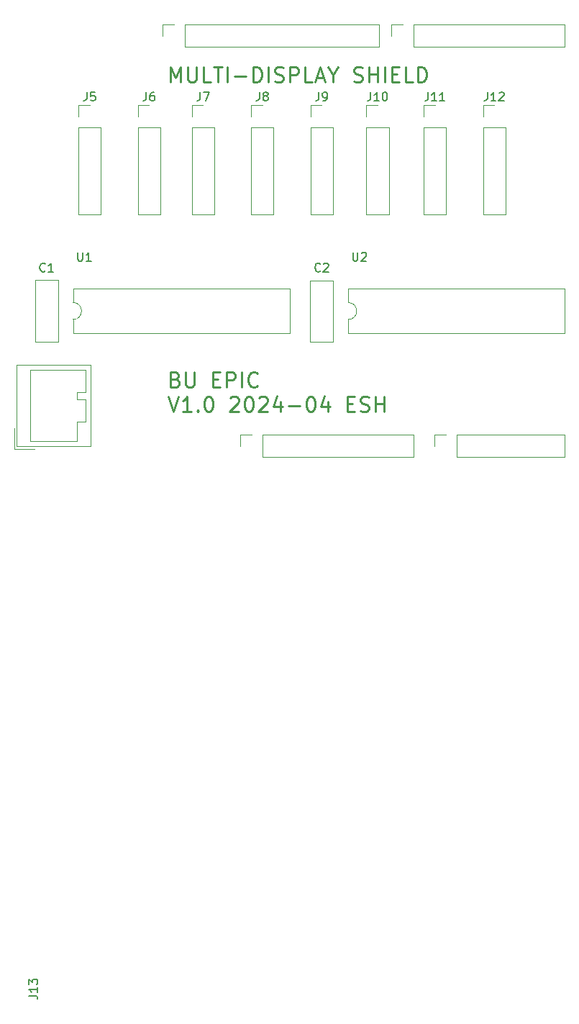
<source format=gbr>
%TF.GenerationSoftware,KiCad,Pcbnew,8.0.1-8.0.1-1~ubuntu22.04.1*%
%TF.CreationDate,2024-04-19T16:39:04-04:00*%
%TF.ProjectId,multi_display_shield,6d756c74-695f-4646-9973-706c61795f73,rev?*%
%TF.SameCoordinates,Original*%
%TF.FileFunction,Legend,Top*%
%TF.FilePolarity,Positive*%
%FSLAX46Y46*%
G04 Gerber Fmt 4.6, Leading zero omitted, Abs format (unit mm)*
G04 Created by KiCad (PCBNEW 8.0.1-8.0.1-1~ubuntu22.04.1) date 2024-04-19 16:39:04*
%MOMM*%
%LPD*%
G01*
G04 APERTURE LIST*
%ADD10C,0.254000*%
%ADD11C,0.150000*%
%ADD12C,0.120000*%
G04 APERTURE END LIST*
D10*
X118370438Y-54684199D02*
X118370438Y-52906199D01*
X118370438Y-52906199D02*
X118963105Y-54176199D01*
X118963105Y-54176199D02*
X119555771Y-52906199D01*
X119555771Y-52906199D02*
X119555771Y-54684199D01*
X120402438Y-52906199D02*
X120402438Y-54345533D01*
X120402438Y-54345533D02*
X120487105Y-54514866D01*
X120487105Y-54514866D02*
X120571771Y-54599533D01*
X120571771Y-54599533D02*
X120741105Y-54684199D01*
X120741105Y-54684199D02*
X121079771Y-54684199D01*
X121079771Y-54684199D02*
X121249105Y-54599533D01*
X121249105Y-54599533D02*
X121333771Y-54514866D01*
X121333771Y-54514866D02*
X121418438Y-54345533D01*
X121418438Y-54345533D02*
X121418438Y-52906199D01*
X123111772Y-54684199D02*
X122265105Y-54684199D01*
X122265105Y-54684199D02*
X122265105Y-52906199D01*
X123450438Y-52906199D02*
X124466438Y-52906199D01*
X123958438Y-54684199D02*
X123958438Y-52906199D01*
X125059105Y-54684199D02*
X125059105Y-52906199D01*
X125905772Y-54006866D02*
X127260439Y-54006866D01*
X128107105Y-54684199D02*
X128107105Y-52906199D01*
X128107105Y-52906199D02*
X128530438Y-52906199D01*
X128530438Y-52906199D02*
X128784438Y-52990866D01*
X128784438Y-52990866D02*
X128953772Y-53160199D01*
X128953772Y-53160199D02*
X129038438Y-53329533D01*
X129038438Y-53329533D02*
X129123105Y-53668199D01*
X129123105Y-53668199D02*
X129123105Y-53922199D01*
X129123105Y-53922199D02*
X129038438Y-54260866D01*
X129038438Y-54260866D02*
X128953772Y-54430199D01*
X128953772Y-54430199D02*
X128784438Y-54599533D01*
X128784438Y-54599533D02*
X128530438Y-54684199D01*
X128530438Y-54684199D02*
X128107105Y-54684199D01*
X129885105Y-54684199D02*
X129885105Y-52906199D01*
X130647105Y-54599533D02*
X130901105Y-54684199D01*
X130901105Y-54684199D02*
X131324439Y-54684199D01*
X131324439Y-54684199D02*
X131493772Y-54599533D01*
X131493772Y-54599533D02*
X131578439Y-54514866D01*
X131578439Y-54514866D02*
X131663105Y-54345533D01*
X131663105Y-54345533D02*
X131663105Y-54176199D01*
X131663105Y-54176199D02*
X131578439Y-54006866D01*
X131578439Y-54006866D02*
X131493772Y-53922199D01*
X131493772Y-53922199D02*
X131324439Y-53837533D01*
X131324439Y-53837533D02*
X130985772Y-53752866D01*
X130985772Y-53752866D02*
X130816439Y-53668199D01*
X130816439Y-53668199D02*
X130731772Y-53583533D01*
X130731772Y-53583533D02*
X130647105Y-53414199D01*
X130647105Y-53414199D02*
X130647105Y-53244866D01*
X130647105Y-53244866D02*
X130731772Y-53075533D01*
X130731772Y-53075533D02*
X130816439Y-52990866D01*
X130816439Y-52990866D02*
X130985772Y-52906199D01*
X130985772Y-52906199D02*
X131409105Y-52906199D01*
X131409105Y-52906199D02*
X131663105Y-52990866D01*
X132425105Y-54684199D02*
X132425105Y-52906199D01*
X132425105Y-52906199D02*
X133102438Y-52906199D01*
X133102438Y-52906199D02*
X133271772Y-52990866D01*
X133271772Y-52990866D02*
X133356438Y-53075533D01*
X133356438Y-53075533D02*
X133441105Y-53244866D01*
X133441105Y-53244866D02*
X133441105Y-53498866D01*
X133441105Y-53498866D02*
X133356438Y-53668199D01*
X133356438Y-53668199D02*
X133271772Y-53752866D01*
X133271772Y-53752866D02*
X133102438Y-53837533D01*
X133102438Y-53837533D02*
X132425105Y-53837533D01*
X135049772Y-54684199D02*
X134203105Y-54684199D01*
X134203105Y-54684199D02*
X134203105Y-52906199D01*
X135557771Y-54176199D02*
X136404438Y-54176199D01*
X135388438Y-54684199D02*
X135981105Y-52906199D01*
X135981105Y-52906199D02*
X136573771Y-54684199D01*
X137505105Y-53837533D02*
X137505105Y-54684199D01*
X136912438Y-52906199D02*
X137505105Y-53837533D01*
X137505105Y-53837533D02*
X138097771Y-52906199D01*
X139960438Y-54599533D02*
X140214438Y-54684199D01*
X140214438Y-54684199D02*
X140637772Y-54684199D01*
X140637772Y-54684199D02*
X140807105Y-54599533D01*
X140807105Y-54599533D02*
X140891772Y-54514866D01*
X140891772Y-54514866D02*
X140976438Y-54345533D01*
X140976438Y-54345533D02*
X140976438Y-54176199D01*
X140976438Y-54176199D02*
X140891772Y-54006866D01*
X140891772Y-54006866D02*
X140807105Y-53922199D01*
X140807105Y-53922199D02*
X140637772Y-53837533D01*
X140637772Y-53837533D02*
X140299105Y-53752866D01*
X140299105Y-53752866D02*
X140129772Y-53668199D01*
X140129772Y-53668199D02*
X140045105Y-53583533D01*
X140045105Y-53583533D02*
X139960438Y-53414199D01*
X139960438Y-53414199D02*
X139960438Y-53244866D01*
X139960438Y-53244866D02*
X140045105Y-53075533D01*
X140045105Y-53075533D02*
X140129772Y-52990866D01*
X140129772Y-52990866D02*
X140299105Y-52906199D01*
X140299105Y-52906199D02*
X140722438Y-52906199D01*
X140722438Y-52906199D02*
X140976438Y-52990866D01*
X141738438Y-54684199D02*
X141738438Y-52906199D01*
X141738438Y-53752866D02*
X142754438Y-53752866D01*
X142754438Y-54684199D02*
X142754438Y-52906199D01*
X143601105Y-54684199D02*
X143601105Y-52906199D01*
X144447772Y-53752866D02*
X145040439Y-53752866D01*
X145294439Y-54684199D02*
X144447772Y-54684199D01*
X144447772Y-54684199D02*
X144447772Y-52906199D01*
X144447772Y-52906199D02*
X145294439Y-52906199D01*
X146903106Y-54684199D02*
X146056439Y-54684199D01*
X146056439Y-54684199D02*
X146056439Y-52906199D01*
X147495772Y-54684199D02*
X147495772Y-52906199D01*
X147495772Y-52906199D02*
X147919105Y-52906199D01*
X147919105Y-52906199D02*
X148173105Y-52990866D01*
X148173105Y-52990866D02*
X148342439Y-53160199D01*
X148342439Y-53160199D02*
X148427105Y-53329533D01*
X148427105Y-53329533D02*
X148511772Y-53668199D01*
X148511772Y-53668199D02*
X148511772Y-53922199D01*
X148511772Y-53922199D02*
X148427105Y-54260866D01*
X148427105Y-54260866D02*
X148342439Y-54430199D01*
X148342439Y-54430199D02*
X148173105Y-54599533D01*
X148173105Y-54599533D02*
X147919105Y-54684199D01*
X147919105Y-54684199D02*
X147495772Y-54684199D01*
X118963105Y-89625386D02*
X119217105Y-89710053D01*
X119217105Y-89710053D02*
X119301771Y-89794719D01*
X119301771Y-89794719D02*
X119386438Y-89964053D01*
X119386438Y-89964053D02*
X119386438Y-90218053D01*
X119386438Y-90218053D02*
X119301771Y-90387386D01*
X119301771Y-90387386D02*
X119217105Y-90472053D01*
X119217105Y-90472053D02*
X119047771Y-90556719D01*
X119047771Y-90556719D02*
X118370438Y-90556719D01*
X118370438Y-90556719D02*
X118370438Y-88778719D01*
X118370438Y-88778719D02*
X118963105Y-88778719D01*
X118963105Y-88778719D02*
X119132438Y-88863386D01*
X119132438Y-88863386D02*
X119217105Y-88948053D01*
X119217105Y-88948053D02*
X119301771Y-89117386D01*
X119301771Y-89117386D02*
X119301771Y-89286719D01*
X119301771Y-89286719D02*
X119217105Y-89456053D01*
X119217105Y-89456053D02*
X119132438Y-89540719D01*
X119132438Y-89540719D02*
X118963105Y-89625386D01*
X118963105Y-89625386D02*
X118370438Y-89625386D01*
X120148438Y-88778719D02*
X120148438Y-90218053D01*
X120148438Y-90218053D02*
X120233105Y-90387386D01*
X120233105Y-90387386D02*
X120317771Y-90472053D01*
X120317771Y-90472053D02*
X120487105Y-90556719D01*
X120487105Y-90556719D02*
X120825771Y-90556719D01*
X120825771Y-90556719D02*
X120995105Y-90472053D01*
X120995105Y-90472053D02*
X121079771Y-90387386D01*
X121079771Y-90387386D02*
X121164438Y-90218053D01*
X121164438Y-90218053D02*
X121164438Y-88778719D01*
X123365772Y-89625386D02*
X123958439Y-89625386D01*
X124212439Y-90556719D02*
X123365772Y-90556719D01*
X123365772Y-90556719D02*
X123365772Y-88778719D01*
X123365772Y-88778719D02*
X124212439Y-88778719D01*
X124974439Y-90556719D02*
X124974439Y-88778719D01*
X124974439Y-88778719D02*
X125651772Y-88778719D01*
X125651772Y-88778719D02*
X125821106Y-88863386D01*
X125821106Y-88863386D02*
X125905772Y-88948053D01*
X125905772Y-88948053D02*
X125990439Y-89117386D01*
X125990439Y-89117386D02*
X125990439Y-89371386D01*
X125990439Y-89371386D02*
X125905772Y-89540719D01*
X125905772Y-89540719D02*
X125821106Y-89625386D01*
X125821106Y-89625386D02*
X125651772Y-89710053D01*
X125651772Y-89710053D02*
X124974439Y-89710053D01*
X126752439Y-90556719D02*
X126752439Y-88778719D01*
X128615106Y-90387386D02*
X128530439Y-90472053D01*
X128530439Y-90472053D02*
X128276439Y-90556719D01*
X128276439Y-90556719D02*
X128107106Y-90556719D01*
X128107106Y-90556719D02*
X127853106Y-90472053D01*
X127853106Y-90472053D02*
X127683773Y-90302719D01*
X127683773Y-90302719D02*
X127599106Y-90133386D01*
X127599106Y-90133386D02*
X127514439Y-89794719D01*
X127514439Y-89794719D02*
X127514439Y-89540719D01*
X127514439Y-89540719D02*
X127599106Y-89202053D01*
X127599106Y-89202053D02*
X127683773Y-89032719D01*
X127683773Y-89032719D02*
X127853106Y-88863386D01*
X127853106Y-88863386D02*
X128107106Y-88778719D01*
X128107106Y-88778719D02*
X128276439Y-88778719D01*
X128276439Y-88778719D02*
X128530439Y-88863386D01*
X128530439Y-88863386D02*
X128615106Y-88948053D01*
X118116438Y-91641199D02*
X118709105Y-93419199D01*
X118709105Y-93419199D02*
X119301771Y-91641199D01*
X120825771Y-93419199D02*
X119809771Y-93419199D01*
X120317771Y-93419199D02*
X120317771Y-91641199D01*
X120317771Y-91641199D02*
X120148438Y-91895199D01*
X120148438Y-91895199D02*
X119979105Y-92064533D01*
X119979105Y-92064533D02*
X119809771Y-92149199D01*
X121587771Y-93249866D02*
X121672438Y-93334533D01*
X121672438Y-93334533D02*
X121587771Y-93419199D01*
X121587771Y-93419199D02*
X121503104Y-93334533D01*
X121503104Y-93334533D02*
X121587771Y-93249866D01*
X121587771Y-93249866D02*
X121587771Y-93419199D01*
X122773105Y-91641199D02*
X122942438Y-91641199D01*
X122942438Y-91641199D02*
X123111771Y-91725866D01*
X123111771Y-91725866D02*
X123196438Y-91810533D01*
X123196438Y-91810533D02*
X123281105Y-91979866D01*
X123281105Y-91979866D02*
X123365771Y-92318533D01*
X123365771Y-92318533D02*
X123365771Y-92741866D01*
X123365771Y-92741866D02*
X123281105Y-93080533D01*
X123281105Y-93080533D02*
X123196438Y-93249866D01*
X123196438Y-93249866D02*
X123111771Y-93334533D01*
X123111771Y-93334533D02*
X122942438Y-93419199D01*
X122942438Y-93419199D02*
X122773105Y-93419199D01*
X122773105Y-93419199D02*
X122603771Y-93334533D01*
X122603771Y-93334533D02*
X122519105Y-93249866D01*
X122519105Y-93249866D02*
X122434438Y-93080533D01*
X122434438Y-93080533D02*
X122349771Y-92741866D01*
X122349771Y-92741866D02*
X122349771Y-92318533D01*
X122349771Y-92318533D02*
X122434438Y-91979866D01*
X122434438Y-91979866D02*
X122519105Y-91810533D01*
X122519105Y-91810533D02*
X122603771Y-91725866D01*
X122603771Y-91725866D02*
X122773105Y-91641199D01*
X125397771Y-91810533D02*
X125482438Y-91725866D01*
X125482438Y-91725866D02*
X125651771Y-91641199D01*
X125651771Y-91641199D02*
X126075105Y-91641199D01*
X126075105Y-91641199D02*
X126244438Y-91725866D01*
X126244438Y-91725866D02*
X126329105Y-91810533D01*
X126329105Y-91810533D02*
X126413771Y-91979866D01*
X126413771Y-91979866D02*
X126413771Y-92149199D01*
X126413771Y-92149199D02*
X126329105Y-92403199D01*
X126329105Y-92403199D02*
X125313105Y-93419199D01*
X125313105Y-93419199D02*
X126413771Y-93419199D01*
X127514438Y-91641199D02*
X127683771Y-91641199D01*
X127683771Y-91641199D02*
X127853104Y-91725866D01*
X127853104Y-91725866D02*
X127937771Y-91810533D01*
X127937771Y-91810533D02*
X128022438Y-91979866D01*
X128022438Y-91979866D02*
X128107104Y-92318533D01*
X128107104Y-92318533D02*
X128107104Y-92741866D01*
X128107104Y-92741866D02*
X128022438Y-93080533D01*
X128022438Y-93080533D02*
X127937771Y-93249866D01*
X127937771Y-93249866D02*
X127853104Y-93334533D01*
X127853104Y-93334533D02*
X127683771Y-93419199D01*
X127683771Y-93419199D02*
X127514438Y-93419199D01*
X127514438Y-93419199D02*
X127345104Y-93334533D01*
X127345104Y-93334533D02*
X127260438Y-93249866D01*
X127260438Y-93249866D02*
X127175771Y-93080533D01*
X127175771Y-93080533D02*
X127091104Y-92741866D01*
X127091104Y-92741866D02*
X127091104Y-92318533D01*
X127091104Y-92318533D02*
X127175771Y-91979866D01*
X127175771Y-91979866D02*
X127260438Y-91810533D01*
X127260438Y-91810533D02*
X127345104Y-91725866D01*
X127345104Y-91725866D02*
X127514438Y-91641199D01*
X128784437Y-91810533D02*
X128869104Y-91725866D01*
X128869104Y-91725866D02*
X129038437Y-91641199D01*
X129038437Y-91641199D02*
X129461771Y-91641199D01*
X129461771Y-91641199D02*
X129631104Y-91725866D01*
X129631104Y-91725866D02*
X129715771Y-91810533D01*
X129715771Y-91810533D02*
X129800437Y-91979866D01*
X129800437Y-91979866D02*
X129800437Y-92149199D01*
X129800437Y-92149199D02*
X129715771Y-92403199D01*
X129715771Y-92403199D02*
X128699771Y-93419199D01*
X128699771Y-93419199D02*
X129800437Y-93419199D01*
X131324437Y-92233866D02*
X131324437Y-93419199D01*
X130901104Y-91556533D02*
X130477770Y-92826533D01*
X130477770Y-92826533D02*
X131578437Y-92826533D01*
X132255770Y-92741866D02*
X133610437Y-92741866D01*
X134795770Y-91641199D02*
X134965103Y-91641199D01*
X134965103Y-91641199D02*
X135134436Y-91725866D01*
X135134436Y-91725866D02*
X135219103Y-91810533D01*
X135219103Y-91810533D02*
X135303770Y-91979866D01*
X135303770Y-91979866D02*
X135388436Y-92318533D01*
X135388436Y-92318533D02*
X135388436Y-92741866D01*
X135388436Y-92741866D02*
X135303770Y-93080533D01*
X135303770Y-93080533D02*
X135219103Y-93249866D01*
X135219103Y-93249866D02*
X135134436Y-93334533D01*
X135134436Y-93334533D02*
X134965103Y-93419199D01*
X134965103Y-93419199D02*
X134795770Y-93419199D01*
X134795770Y-93419199D02*
X134626436Y-93334533D01*
X134626436Y-93334533D02*
X134541770Y-93249866D01*
X134541770Y-93249866D02*
X134457103Y-93080533D01*
X134457103Y-93080533D02*
X134372436Y-92741866D01*
X134372436Y-92741866D02*
X134372436Y-92318533D01*
X134372436Y-92318533D02*
X134457103Y-91979866D01*
X134457103Y-91979866D02*
X134541770Y-91810533D01*
X134541770Y-91810533D02*
X134626436Y-91725866D01*
X134626436Y-91725866D02*
X134795770Y-91641199D01*
X136912436Y-92233866D02*
X136912436Y-93419199D01*
X136489103Y-91556533D02*
X136065769Y-92826533D01*
X136065769Y-92826533D02*
X137166436Y-92826533D01*
X139198436Y-92487866D02*
X139791103Y-92487866D01*
X140045103Y-93419199D02*
X139198436Y-93419199D01*
X139198436Y-93419199D02*
X139198436Y-91641199D01*
X139198436Y-91641199D02*
X140045103Y-91641199D01*
X140722436Y-93334533D02*
X140976436Y-93419199D01*
X140976436Y-93419199D02*
X141399770Y-93419199D01*
X141399770Y-93419199D02*
X141569103Y-93334533D01*
X141569103Y-93334533D02*
X141653770Y-93249866D01*
X141653770Y-93249866D02*
X141738436Y-93080533D01*
X141738436Y-93080533D02*
X141738436Y-92911199D01*
X141738436Y-92911199D02*
X141653770Y-92741866D01*
X141653770Y-92741866D02*
X141569103Y-92657199D01*
X141569103Y-92657199D02*
X141399770Y-92572533D01*
X141399770Y-92572533D02*
X141061103Y-92487866D01*
X141061103Y-92487866D02*
X140891770Y-92403199D01*
X140891770Y-92403199D02*
X140807103Y-92318533D01*
X140807103Y-92318533D02*
X140722436Y-92149199D01*
X140722436Y-92149199D02*
X140722436Y-91979866D01*
X140722436Y-91979866D02*
X140807103Y-91810533D01*
X140807103Y-91810533D02*
X140891770Y-91725866D01*
X140891770Y-91725866D02*
X141061103Y-91641199D01*
X141061103Y-91641199D02*
X141484436Y-91641199D01*
X141484436Y-91641199D02*
X141738436Y-91725866D01*
X142500436Y-93419199D02*
X142500436Y-91641199D01*
X142500436Y-92487866D02*
X143516436Y-92487866D01*
X143516436Y-93419199D02*
X143516436Y-91641199D01*
D11*
X115541666Y-55849819D02*
X115541666Y-56564104D01*
X115541666Y-56564104D02*
X115494047Y-56706961D01*
X115494047Y-56706961D02*
X115398809Y-56802200D01*
X115398809Y-56802200D02*
X115255952Y-56849819D01*
X115255952Y-56849819D02*
X115160714Y-56849819D01*
X116446428Y-55849819D02*
X116255952Y-55849819D01*
X116255952Y-55849819D02*
X116160714Y-55897438D01*
X116160714Y-55897438D02*
X116113095Y-55945057D01*
X116113095Y-55945057D02*
X116017857Y-56087914D01*
X116017857Y-56087914D02*
X115970238Y-56278390D01*
X115970238Y-56278390D02*
X115970238Y-56659342D01*
X115970238Y-56659342D02*
X116017857Y-56754580D01*
X116017857Y-56754580D02*
X116065476Y-56802200D01*
X116065476Y-56802200D02*
X116160714Y-56849819D01*
X116160714Y-56849819D02*
X116351190Y-56849819D01*
X116351190Y-56849819D02*
X116446428Y-56802200D01*
X116446428Y-56802200D02*
X116494047Y-56754580D01*
X116494047Y-56754580D02*
X116541666Y-56659342D01*
X116541666Y-56659342D02*
X116541666Y-56421247D01*
X116541666Y-56421247D02*
X116494047Y-56326009D01*
X116494047Y-56326009D02*
X116446428Y-56278390D01*
X116446428Y-56278390D02*
X116351190Y-56230771D01*
X116351190Y-56230771D02*
X116160714Y-56230771D01*
X116160714Y-56230771D02*
X116065476Y-56278390D01*
X116065476Y-56278390D02*
X116017857Y-56326009D01*
X116017857Y-56326009D02*
X115970238Y-56421247D01*
X121891666Y-55849819D02*
X121891666Y-56564104D01*
X121891666Y-56564104D02*
X121844047Y-56706961D01*
X121844047Y-56706961D02*
X121748809Y-56802200D01*
X121748809Y-56802200D02*
X121605952Y-56849819D01*
X121605952Y-56849819D02*
X121510714Y-56849819D01*
X122272619Y-55849819D02*
X122939285Y-55849819D01*
X122939285Y-55849819D02*
X122510714Y-56849819D01*
X139878095Y-74689819D02*
X139878095Y-75499342D01*
X139878095Y-75499342D02*
X139925714Y-75594580D01*
X139925714Y-75594580D02*
X139973333Y-75642200D01*
X139973333Y-75642200D02*
X140068571Y-75689819D01*
X140068571Y-75689819D02*
X140259047Y-75689819D01*
X140259047Y-75689819D02*
X140354285Y-75642200D01*
X140354285Y-75642200D02*
X140401904Y-75594580D01*
X140401904Y-75594580D02*
X140449523Y-75499342D01*
X140449523Y-75499342D02*
X140449523Y-74689819D01*
X140878095Y-74785057D02*
X140925714Y-74737438D01*
X140925714Y-74737438D02*
X141020952Y-74689819D01*
X141020952Y-74689819D02*
X141259047Y-74689819D01*
X141259047Y-74689819D02*
X141354285Y-74737438D01*
X141354285Y-74737438D02*
X141401904Y-74785057D01*
X141401904Y-74785057D02*
X141449523Y-74880295D01*
X141449523Y-74880295D02*
X141449523Y-74975533D01*
X141449523Y-74975533D02*
X141401904Y-75118390D01*
X141401904Y-75118390D02*
X140830476Y-75689819D01*
X140830476Y-75689819D02*
X141449523Y-75689819D01*
X148720476Y-55849819D02*
X148720476Y-56564104D01*
X148720476Y-56564104D02*
X148672857Y-56706961D01*
X148672857Y-56706961D02*
X148577619Y-56802200D01*
X148577619Y-56802200D02*
X148434762Y-56849819D01*
X148434762Y-56849819D02*
X148339524Y-56849819D01*
X149720476Y-56849819D02*
X149149048Y-56849819D01*
X149434762Y-56849819D02*
X149434762Y-55849819D01*
X149434762Y-55849819D02*
X149339524Y-55992676D01*
X149339524Y-55992676D02*
X149244286Y-56087914D01*
X149244286Y-56087914D02*
X149149048Y-56135533D01*
X150672857Y-56849819D02*
X150101429Y-56849819D01*
X150387143Y-56849819D02*
X150387143Y-55849819D01*
X150387143Y-55849819D02*
X150291905Y-55992676D01*
X150291905Y-55992676D02*
X150196667Y-56087914D01*
X150196667Y-56087914D02*
X150101429Y-56135533D01*
X136028333Y-76864580D02*
X135980714Y-76912200D01*
X135980714Y-76912200D02*
X135837857Y-76959819D01*
X135837857Y-76959819D02*
X135742619Y-76959819D01*
X135742619Y-76959819D02*
X135599762Y-76912200D01*
X135599762Y-76912200D02*
X135504524Y-76816961D01*
X135504524Y-76816961D02*
X135456905Y-76721723D01*
X135456905Y-76721723D02*
X135409286Y-76531247D01*
X135409286Y-76531247D02*
X135409286Y-76388390D01*
X135409286Y-76388390D02*
X135456905Y-76197914D01*
X135456905Y-76197914D02*
X135504524Y-76102676D01*
X135504524Y-76102676D02*
X135599762Y-76007438D01*
X135599762Y-76007438D02*
X135742619Y-75959819D01*
X135742619Y-75959819D02*
X135837857Y-75959819D01*
X135837857Y-75959819D02*
X135980714Y-76007438D01*
X135980714Y-76007438D02*
X136028333Y-76055057D01*
X136409286Y-76055057D02*
X136456905Y-76007438D01*
X136456905Y-76007438D02*
X136552143Y-75959819D01*
X136552143Y-75959819D02*
X136790238Y-75959819D01*
X136790238Y-75959819D02*
X136885476Y-76007438D01*
X136885476Y-76007438D02*
X136933095Y-76055057D01*
X136933095Y-76055057D02*
X136980714Y-76150295D01*
X136980714Y-76150295D02*
X136980714Y-76245533D01*
X136980714Y-76245533D02*
X136933095Y-76388390D01*
X136933095Y-76388390D02*
X136361667Y-76959819D01*
X136361667Y-76959819D02*
X136980714Y-76959819D01*
X103643333Y-76864580D02*
X103595714Y-76912200D01*
X103595714Y-76912200D02*
X103452857Y-76959819D01*
X103452857Y-76959819D02*
X103357619Y-76959819D01*
X103357619Y-76959819D02*
X103214762Y-76912200D01*
X103214762Y-76912200D02*
X103119524Y-76816961D01*
X103119524Y-76816961D02*
X103071905Y-76721723D01*
X103071905Y-76721723D02*
X103024286Y-76531247D01*
X103024286Y-76531247D02*
X103024286Y-76388390D01*
X103024286Y-76388390D02*
X103071905Y-76197914D01*
X103071905Y-76197914D02*
X103119524Y-76102676D01*
X103119524Y-76102676D02*
X103214762Y-76007438D01*
X103214762Y-76007438D02*
X103357619Y-75959819D01*
X103357619Y-75959819D02*
X103452857Y-75959819D01*
X103452857Y-75959819D02*
X103595714Y-76007438D01*
X103595714Y-76007438D02*
X103643333Y-76055057D01*
X104595714Y-76959819D02*
X104024286Y-76959819D01*
X104310000Y-76959819D02*
X104310000Y-75959819D01*
X104310000Y-75959819D02*
X104214762Y-76102676D01*
X104214762Y-76102676D02*
X104119524Y-76197914D01*
X104119524Y-76197914D02*
X104024286Y-76245533D01*
X155705476Y-55849819D02*
X155705476Y-56564104D01*
X155705476Y-56564104D02*
X155657857Y-56706961D01*
X155657857Y-56706961D02*
X155562619Y-56802200D01*
X155562619Y-56802200D02*
X155419762Y-56849819D01*
X155419762Y-56849819D02*
X155324524Y-56849819D01*
X156705476Y-56849819D02*
X156134048Y-56849819D01*
X156419762Y-56849819D02*
X156419762Y-55849819D01*
X156419762Y-55849819D02*
X156324524Y-55992676D01*
X156324524Y-55992676D02*
X156229286Y-56087914D01*
X156229286Y-56087914D02*
X156134048Y-56135533D01*
X157086429Y-55945057D02*
X157134048Y-55897438D01*
X157134048Y-55897438D02*
X157229286Y-55849819D01*
X157229286Y-55849819D02*
X157467381Y-55849819D01*
X157467381Y-55849819D02*
X157562619Y-55897438D01*
X157562619Y-55897438D02*
X157610238Y-55945057D01*
X157610238Y-55945057D02*
X157657857Y-56040295D01*
X157657857Y-56040295D02*
X157657857Y-56135533D01*
X157657857Y-56135533D02*
X157610238Y-56278390D01*
X157610238Y-56278390D02*
X157038810Y-56849819D01*
X157038810Y-56849819D02*
X157657857Y-56849819D01*
X135861666Y-55849819D02*
X135861666Y-56564104D01*
X135861666Y-56564104D02*
X135814047Y-56706961D01*
X135814047Y-56706961D02*
X135718809Y-56802200D01*
X135718809Y-56802200D02*
X135575952Y-56849819D01*
X135575952Y-56849819D02*
X135480714Y-56849819D01*
X136385476Y-56849819D02*
X136575952Y-56849819D01*
X136575952Y-56849819D02*
X136671190Y-56802200D01*
X136671190Y-56802200D02*
X136718809Y-56754580D01*
X136718809Y-56754580D02*
X136814047Y-56611723D01*
X136814047Y-56611723D02*
X136861666Y-56421247D01*
X136861666Y-56421247D02*
X136861666Y-56040295D01*
X136861666Y-56040295D02*
X136814047Y-55945057D01*
X136814047Y-55945057D02*
X136766428Y-55897438D01*
X136766428Y-55897438D02*
X136671190Y-55849819D01*
X136671190Y-55849819D02*
X136480714Y-55849819D01*
X136480714Y-55849819D02*
X136385476Y-55897438D01*
X136385476Y-55897438D02*
X136337857Y-55945057D01*
X136337857Y-55945057D02*
X136290238Y-56040295D01*
X136290238Y-56040295D02*
X136290238Y-56278390D01*
X136290238Y-56278390D02*
X136337857Y-56373628D01*
X136337857Y-56373628D02*
X136385476Y-56421247D01*
X136385476Y-56421247D02*
X136480714Y-56468866D01*
X136480714Y-56468866D02*
X136671190Y-56468866D01*
X136671190Y-56468866D02*
X136766428Y-56421247D01*
X136766428Y-56421247D02*
X136814047Y-56373628D01*
X136814047Y-56373628D02*
X136861666Y-56278390D01*
X107493095Y-74689819D02*
X107493095Y-75499342D01*
X107493095Y-75499342D02*
X107540714Y-75594580D01*
X107540714Y-75594580D02*
X107588333Y-75642200D01*
X107588333Y-75642200D02*
X107683571Y-75689819D01*
X107683571Y-75689819D02*
X107874047Y-75689819D01*
X107874047Y-75689819D02*
X107969285Y-75642200D01*
X107969285Y-75642200D02*
X108016904Y-75594580D01*
X108016904Y-75594580D02*
X108064523Y-75499342D01*
X108064523Y-75499342D02*
X108064523Y-74689819D01*
X109064523Y-75689819D02*
X108493095Y-75689819D01*
X108778809Y-75689819D02*
X108778809Y-74689819D01*
X108778809Y-74689819D02*
X108683571Y-74832676D01*
X108683571Y-74832676D02*
X108588333Y-74927914D01*
X108588333Y-74927914D02*
X108493095Y-74975533D01*
X101741819Y-162149523D02*
X102456104Y-162149523D01*
X102456104Y-162149523D02*
X102598961Y-162197142D01*
X102598961Y-162197142D02*
X102694200Y-162292380D01*
X102694200Y-162292380D02*
X102741819Y-162435237D01*
X102741819Y-162435237D02*
X102741819Y-162530475D01*
X102741819Y-161149523D02*
X102741819Y-161720951D01*
X102741819Y-161435237D02*
X101741819Y-161435237D01*
X101741819Y-161435237D02*
X101884676Y-161530475D01*
X101884676Y-161530475D02*
X101979914Y-161625713D01*
X101979914Y-161625713D02*
X102027533Y-161720951D01*
X101741819Y-160816189D02*
X101741819Y-160197142D01*
X101741819Y-160197142D02*
X102122771Y-160530475D01*
X102122771Y-160530475D02*
X102122771Y-160387618D01*
X102122771Y-160387618D02*
X102170390Y-160292380D01*
X102170390Y-160292380D02*
X102218009Y-160244761D01*
X102218009Y-160244761D02*
X102313247Y-160197142D01*
X102313247Y-160197142D02*
X102551342Y-160197142D01*
X102551342Y-160197142D02*
X102646580Y-160244761D01*
X102646580Y-160244761D02*
X102694200Y-160292380D01*
X102694200Y-160292380D02*
X102741819Y-160387618D01*
X102741819Y-160387618D02*
X102741819Y-160673332D01*
X102741819Y-160673332D02*
X102694200Y-160768570D01*
X102694200Y-160768570D02*
X102646580Y-160816189D01*
X141960476Y-55849819D02*
X141960476Y-56564104D01*
X141960476Y-56564104D02*
X141912857Y-56706961D01*
X141912857Y-56706961D02*
X141817619Y-56802200D01*
X141817619Y-56802200D02*
X141674762Y-56849819D01*
X141674762Y-56849819D02*
X141579524Y-56849819D01*
X142960476Y-56849819D02*
X142389048Y-56849819D01*
X142674762Y-56849819D02*
X142674762Y-55849819D01*
X142674762Y-55849819D02*
X142579524Y-55992676D01*
X142579524Y-55992676D02*
X142484286Y-56087914D01*
X142484286Y-56087914D02*
X142389048Y-56135533D01*
X143579524Y-55849819D02*
X143674762Y-55849819D01*
X143674762Y-55849819D02*
X143770000Y-55897438D01*
X143770000Y-55897438D02*
X143817619Y-55945057D01*
X143817619Y-55945057D02*
X143865238Y-56040295D01*
X143865238Y-56040295D02*
X143912857Y-56230771D01*
X143912857Y-56230771D02*
X143912857Y-56468866D01*
X143912857Y-56468866D02*
X143865238Y-56659342D01*
X143865238Y-56659342D02*
X143817619Y-56754580D01*
X143817619Y-56754580D02*
X143770000Y-56802200D01*
X143770000Y-56802200D02*
X143674762Y-56849819D01*
X143674762Y-56849819D02*
X143579524Y-56849819D01*
X143579524Y-56849819D02*
X143484286Y-56802200D01*
X143484286Y-56802200D02*
X143436667Y-56754580D01*
X143436667Y-56754580D02*
X143389048Y-56659342D01*
X143389048Y-56659342D02*
X143341429Y-56468866D01*
X143341429Y-56468866D02*
X143341429Y-56230771D01*
X143341429Y-56230771D02*
X143389048Y-56040295D01*
X143389048Y-56040295D02*
X143436667Y-55945057D01*
X143436667Y-55945057D02*
X143484286Y-55897438D01*
X143484286Y-55897438D02*
X143579524Y-55849819D01*
X128876666Y-55849819D02*
X128876666Y-56564104D01*
X128876666Y-56564104D02*
X128829047Y-56706961D01*
X128829047Y-56706961D02*
X128733809Y-56802200D01*
X128733809Y-56802200D02*
X128590952Y-56849819D01*
X128590952Y-56849819D02*
X128495714Y-56849819D01*
X129495714Y-56278390D02*
X129400476Y-56230771D01*
X129400476Y-56230771D02*
X129352857Y-56183152D01*
X129352857Y-56183152D02*
X129305238Y-56087914D01*
X129305238Y-56087914D02*
X129305238Y-56040295D01*
X129305238Y-56040295D02*
X129352857Y-55945057D01*
X129352857Y-55945057D02*
X129400476Y-55897438D01*
X129400476Y-55897438D02*
X129495714Y-55849819D01*
X129495714Y-55849819D02*
X129686190Y-55849819D01*
X129686190Y-55849819D02*
X129781428Y-55897438D01*
X129781428Y-55897438D02*
X129829047Y-55945057D01*
X129829047Y-55945057D02*
X129876666Y-56040295D01*
X129876666Y-56040295D02*
X129876666Y-56087914D01*
X129876666Y-56087914D02*
X129829047Y-56183152D01*
X129829047Y-56183152D02*
X129781428Y-56230771D01*
X129781428Y-56230771D02*
X129686190Y-56278390D01*
X129686190Y-56278390D02*
X129495714Y-56278390D01*
X129495714Y-56278390D02*
X129400476Y-56326009D01*
X129400476Y-56326009D02*
X129352857Y-56373628D01*
X129352857Y-56373628D02*
X129305238Y-56468866D01*
X129305238Y-56468866D02*
X129305238Y-56659342D01*
X129305238Y-56659342D02*
X129352857Y-56754580D01*
X129352857Y-56754580D02*
X129400476Y-56802200D01*
X129400476Y-56802200D02*
X129495714Y-56849819D01*
X129495714Y-56849819D02*
X129686190Y-56849819D01*
X129686190Y-56849819D02*
X129781428Y-56802200D01*
X129781428Y-56802200D02*
X129829047Y-56754580D01*
X129829047Y-56754580D02*
X129876666Y-56659342D01*
X129876666Y-56659342D02*
X129876666Y-56468866D01*
X129876666Y-56468866D02*
X129829047Y-56373628D01*
X129829047Y-56373628D02*
X129781428Y-56326009D01*
X129781428Y-56326009D02*
X129686190Y-56278390D01*
X108556666Y-55849819D02*
X108556666Y-56564104D01*
X108556666Y-56564104D02*
X108509047Y-56706961D01*
X108509047Y-56706961D02*
X108413809Y-56802200D01*
X108413809Y-56802200D02*
X108270952Y-56849819D01*
X108270952Y-56849819D02*
X108175714Y-56849819D01*
X109509047Y-55849819D02*
X109032857Y-55849819D01*
X109032857Y-55849819D02*
X108985238Y-56326009D01*
X108985238Y-56326009D02*
X109032857Y-56278390D01*
X109032857Y-56278390D02*
X109128095Y-56230771D01*
X109128095Y-56230771D02*
X109366190Y-56230771D01*
X109366190Y-56230771D02*
X109461428Y-56278390D01*
X109461428Y-56278390D02*
X109509047Y-56326009D01*
X109509047Y-56326009D02*
X109556666Y-56421247D01*
X109556666Y-56421247D02*
X109556666Y-56659342D01*
X109556666Y-56659342D02*
X109509047Y-56754580D01*
X109509047Y-56754580D02*
X109461428Y-56802200D01*
X109461428Y-56802200D02*
X109366190Y-56849819D01*
X109366190Y-56849819D02*
X109128095Y-56849819D01*
X109128095Y-56849819D02*
X109032857Y-56802200D01*
X109032857Y-56802200D02*
X108985238Y-56754580D01*
D12*
%TO.C,J1*%
X126610000Y-96130000D02*
X127940000Y-96130000D01*
X126610000Y-97460000D02*
X126610000Y-96130000D01*
X129210000Y-96130000D02*
X147050000Y-96130000D01*
X129210000Y-98790000D02*
X129210000Y-96130000D01*
X129210000Y-98790000D02*
X147050000Y-98790000D01*
X147050000Y-98790000D02*
X147050000Y-96130000D01*
%TO.C,J3*%
X149470000Y-96130000D02*
X150800000Y-96130000D01*
X149470000Y-97460000D02*
X149470000Y-96130000D01*
X152070000Y-96130000D02*
X164830000Y-96130000D01*
X152070000Y-98790000D02*
X152070000Y-96130000D01*
X152070000Y-98790000D02*
X164830000Y-98790000D01*
X164830000Y-98790000D02*
X164830000Y-96130000D01*
%TO.C,J2*%
X117466000Y-47870000D02*
X118796000Y-47870000D01*
X117466000Y-49200000D02*
X117466000Y-47870000D01*
X120066000Y-47870000D02*
X142986000Y-47870000D01*
X120066000Y-50530000D02*
X120066000Y-47870000D01*
X120066000Y-50530000D02*
X142986000Y-50530000D01*
X142986000Y-50530000D02*
X142986000Y-47870000D01*
%TO.C,J4*%
X144390000Y-47870000D02*
X145720000Y-47870000D01*
X144390000Y-49200000D02*
X144390000Y-47870000D01*
X146990000Y-47870000D02*
X164830000Y-47870000D01*
X146990000Y-50530000D02*
X146990000Y-47870000D01*
X146990000Y-50530000D02*
X164830000Y-50530000D01*
X164830000Y-50530000D02*
X164830000Y-47870000D01*
%TO.C,J6*%
X114545000Y-57395000D02*
X115875000Y-57395000D01*
X114545000Y-58725000D02*
X114545000Y-57395000D01*
X114545000Y-59995000D02*
X114545000Y-70215000D01*
X114545000Y-59995000D02*
X117205000Y-59995000D01*
X114545000Y-70215000D02*
X117205000Y-70215000D01*
X117205000Y-59995000D02*
X117205000Y-70215000D01*
%TO.C,J7*%
X120895000Y-57395000D02*
X122225000Y-57395000D01*
X120895000Y-58725000D02*
X120895000Y-57395000D01*
X120895000Y-59995000D02*
X120895000Y-70215000D01*
X120895000Y-59995000D02*
X123555000Y-59995000D01*
X120895000Y-70215000D02*
X123555000Y-70215000D01*
X123555000Y-59995000D02*
X123555000Y-70215000D01*
%TO.C,U2*%
X139310000Y-78935000D02*
X139310000Y-80585000D01*
X139310000Y-82585000D02*
X139310000Y-84235000D01*
X139310000Y-84235000D02*
X164830000Y-84235000D01*
X164830000Y-78935000D02*
X139310000Y-78935000D01*
X164830000Y-84235000D02*
X164830000Y-78935000D01*
X139310000Y-80585000D02*
G75*
G02*
X139310000Y-82585000I0J-1000000D01*
G01*
%TO.C,J11*%
X148200000Y-57395000D02*
X149530000Y-57395000D01*
X148200000Y-58725000D02*
X148200000Y-57395000D01*
X148200000Y-59995000D02*
X148200000Y-70215000D01*
X148200000Y-59995000D02*
X150860000Y-59995000D01*
X148200000Y-70215000D02*
X150860000Y-70215000D01*
X150860000Y-59995000D02*
X150860000Y-70215000D01*
%TO.C,C2*%
X134825000Y-78005000D02*
X134825000Y-85245000D01*
X137565000Y-78005000D02*
X134825000Y-78005000D01*
X137565000Y-78005000D02*
X137565000Y-85245000D01*
X137565000Y-85245000D02*
X134825000Y-85245000D01*
%TO.C,C1*%
X102440000Y-77965000D02*
X102440000Y-85205000D01*
X105180000Y-77965000D02*
X102440000Y-77965000D01*
X105180000Y-77965000D02*
X105180000Y-85205000D01*
X105180000Y-85205000D02*
X102440000Y-85205000D01*
%TO.C,J12*%
X155185000Y-57395000D02*
X156515000Y-57395000D01*
X155185000Y-58725000D02*
X155185000Y-57395000D01*
X155185000Y-59995000D02*
X155185000Y-70215000D01*
X155185000Y-59995000D02*
X157845000Y-59995000D01*
X155185000Y-70215000D02*
X157845000Y-70215000D01*
X157845000Y-59995000D02*
X157845000Y-70215000D01*
%TO.C,J9*%
X134865000Y-57395000D02*
X136195000Y-57395000D01*
X134865000Y-58725000D02*
X134865000Y-57395000D01*
X134865000Y-59995000D02*
X134865000Y-70215000D01*
X134865000Y-59995000D02*
X137525000Y-59995000D01*
X134865000Y-70215000D02*
X137525000Y-70215000D01*
X137525000Y-59995000D02*
X137525000Y-70215000D01*
%TO.C,U1*%
X106925000Y-78935000D02*
X106925000Y-80585000D01*
X106925000Y-82585000D02*
X106925000Y-84235000D01*
X106925000Y-84235000D02*
X132445000Y-84235000D01*
X132445000Y-78935000D02*
X106925000Y-78935000D01*
X132445000Y-84235000D02*
X132445000Y-78935000D01*
X106925000Y-80585000D02*
G75*
G02*
X106925000Y-82585000I0J-1000000D01*
G01*
%TO.C,J13*%
X100012000Y-97820000D02*
X100012000Y-95410000D01*
X100312000Y-87900000D02*
X100312000Y-97520000D01*
X100312000Y-97520000D02*
X109032000Y-97520000D01*
X101922000Y-88510000D02*
X101922000Y-96910000D01*
X101922000Y-96910000D02*
X107422000Y-96910000D01*
X102422000Y-97820000D02*
X100012000Y-97820000D01*
X107422000Y-91110000D02*
X108422000Y-91110000D01*
X107422000Y-92010000D02*
X107422000Y-91110000D01*
X107422000Y-94610000D02*
X108422000Y-94610000D01*
X107422000Y-96910000D02*
X107422000Y-94610000D01*
X108422000Y-88510000D02*
X101922000Y-88510000D01*
X108422000Y-91110000D02*
X108422000Y-88510000D01*
X108422000Y-92010000D02*
X107422000Y-92010000D01*
X108422000Y-94610000D02*
X108422000Y-92010000D01*
X109032000Y-87900000D02*
X100312000Y-87900000D01*
X109032000Y-97520000D02*
X109032000Y-87900000D01*
%TO.C,J10*%
X141440000Y-57395000D02*
X142770000Y-57395000D01*
X141440000Y-58725000D02*
X141440000Y-57395000D01*
X141440000Y-59995000D02*
X141440000Y-70215000D01*
X141440000Y-59995000D02*
X144100000Y-59995000D01*
X141440000Y-70215000D02*
X144100000Y-70215000D01*
X144100000Y-59995000D02*
X144100000Y-70215000D01*
%TO.C,J8*%
X127880000Y-57395000D02*
X129210000Y-57395000D01*
X127880000Y-58725000D02*
X127880000Y-57395000D01*
X127880000Y-59995000D02*
X127880000Y-70215000D01*
X127880000Y-59995000D02*
X130540000Y-59995000D01*
X127880000Y-70215000D02*
X130540000Y-70215000D01*
X130540000Y-59995000D02*
X130540000Y-70215000D01*
%TO.C,J5*%
X107560000Y-57395000D02*
X108890000Y-57395000D01*
X107560000Y-58725000D02*
X107560000Y-57395000D01*
X107560000Y-59995000D02*
X107560000Y-70215000D01*
X107560000Y-59995000D02*
X110220000Y-59995000D01*
X107560000Y-70215000D02*
X110220000Y-70215000D01*
X110220000Y-59995000D02*
X110220000Y-70215000D01*
%TD*%
M02*

</source>
